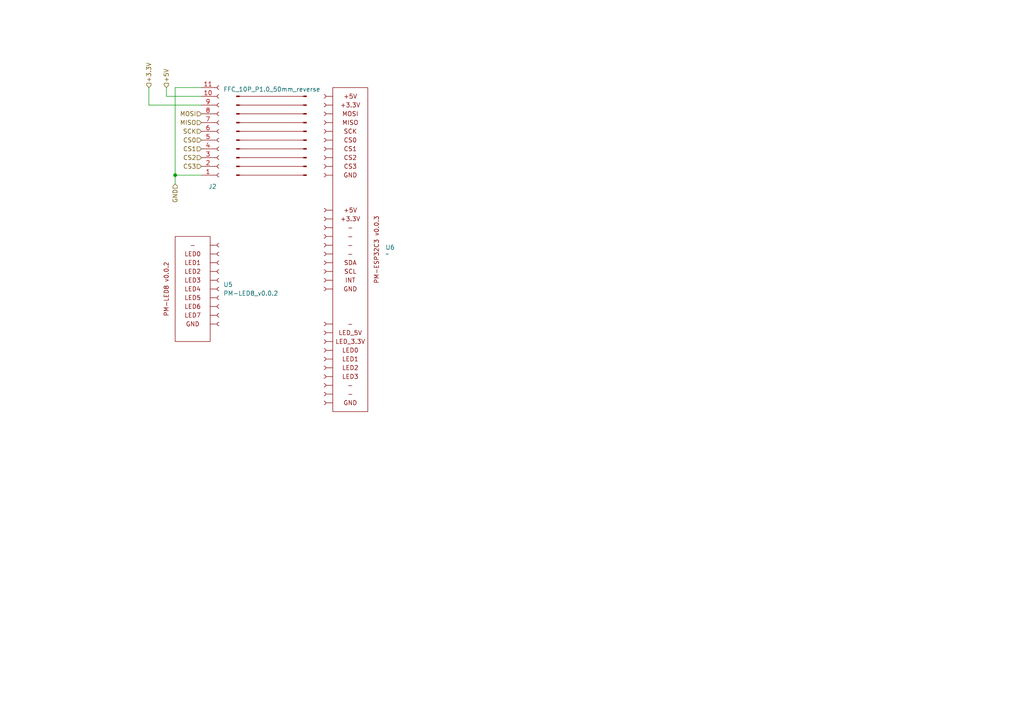
<source format=kicad_sch>
(kicad_sch (version 20231120) (generator "eeschema") (generator_version "8.0")
  (paper "A4")
  (lib_symbols
    (symbol "kicad_inventree_lib:AFA07-S10FCC-00" (pin_names (offset 1.016) hide)
      (property "Reference" "J" (at 0 12.7 0))
      (property "Value" "AFA07-S10FCC-00" (at 0 -20.32 0))
      (symbol "AFA07-S10FCC-00_1_1"
        (arc (start 0 -14.732) (mid -0.5058 -15.24) (end 0 -15.748) (stroke (width 0.1524)))
        (arc (start 0 -12.192) (mid -0.5058 -12.7) (end 0 -13.208) (stroke (width 0.1524)))
        (arc (start 0 -9.652) (mid -0.5058 -10.16) (end 0 -10.668) (stroke (width 0.1524)))
        (arc (start 0 -7.112) (mid -0.5058 -7.62) (end 0 -8.128) (stroke (width 0.1524)))
        (arc (start 0 -4.572) (mid -0.5058 -5.08) (end 0 -5.588) (stroke (width 0.1524)))
        (arc (start 0 -2.032) (mid -0.5058 -2.54) (end 0 -3.048) (stroke (width 0.1524)))
        (polyline (pts (xy -1.27 -15.24) (xy -0.508 -15.24)) (stroke (width 0.1524)))
        (polyline (pts (xy -1.27 -12.7) (xy -0.508 -12.7)) (stroke (width 0.1524)))
        (polyline (pts (xy -1.27 -10.16) (xy -0.508 -10.16)) (stroke (width 0.1524)))
        (polyline (pts (xy -1.27 -7.62) (xy -0.508 -7.62)) (stroke (width 0.1524)))
        (polyline (pts (xy -1.27 -5.08) (xy -0.508 -5.08)) (stroke (width 0.1524)))
        (polyline (pts (xy -1.27 -2.54) (xy -0.508 -2.54)) (stroke (width 0.1524)))
        (polyline (pts (xy -1.27 0) (xy -0.508 0)) (stroke (width 0.1524)))
        (polyline (pts (xy -1.27 2.54) (xy -0.508 2.54)) (stroke (width 0.1524)))
        (polyline (pts (xy -1.27 5.08) (xy -0.508 5.08)) (stroke (width 0.1524)))
        (polyline (pts (xy -1.27 7.62) (xy -0.508 7.62)) (stroke (width 0.1524)))
        (polyline (pts (xy -1.27 10.16) (xy -0.508 10.16)) (stroke (width 0.1524)))
        (arc (start 0 0.508) (mid -0.5058 0) (end 0 -0.508) (stroke (width 0.1524)))
        (arc (start 0 3.048) (mid -0.5058 2.54) (end 0 2.032) (stroke (width 0.1524)))
        (arc (start 0 5.588) (mid -0.5058 5.08) (end 0 4.572) (stroke (width 0.1524)))
        (arc (start 0 8.128) (mid -0.5058 7.62) (end 0 7.112) (stroke (width 0.1524)))
        (arc (start 0 10.668) (mid -0.5058 10.16) (end 0 9.652) (stroke (width 0.1524)))
        (pin passive line (at -5.08 10.16 0) (length 3.81) (name "Pin_1") (number "1"))
        (pin passive line (at -5.08 -12.7 0) (length 3.81) (name "Pin_10") (number "10"))
        (pin passive line (at -5.08 -15.24 0) (length 3.81) (name "Pin_11") (number "11"))
        (pin passive line (at -5.08 7.62 0) (length 3.81) (name "Pin_2") (number "2"))
        (pin passive line (at -5.08 5.08 0) (length 3.81) (name "Pin_3") (number "3"))
        (pin passive line (at -5.08 2.54 0) (length 3.81) (name "Pin_4") (number "4"))
        (pin passive line (at -5.08 0 0) (length 3.81) (name "Pin_5") (number "5"))
        (pin passive line (at -5.08 -2.54 0) (length 3.81) (name "Pin_6") (number "6"))
        (pin passive line (at -5.08 -5.08 0) (length 3.81) (name "Pin_7") (number "7"))
        (pin passive line (at -5.08 -7.62 0) (length 3.81) (name "Pin_8") (number "8"))
        (pin passive line (at -5.08 -10.16 0) (length 3.81) (name "Pin_9") (number "9"))
      )
    )
    (symbol "kicad_inventree_lib:FFC_10P_P1.0_50mm_reverse" (on_board no)
      (property "Reference" "J" (at 0 2.794 0))
      (property "Value" "FFC_10P_P1.0_50mm_reverse" (at 0 0 0))
      (symbol "FFC_10P_P1.0_50mm_reverse_0_1"
        (polyline (pts (xy -8.89 -25.4) (xy 8.89 -25.4)))
        (polyline (pts (xy -8.89 -22.86) (xy 8.89 -22.86)))
        (polyline (pts (xy -8.89 -20.32) (xy 8.89 -20.32)))
        (polyline (pts (xy -8.89 -17.78) (xy 8.89 -17.78)))
        (polyline (pts (xy -8.89 -15.24) (xy 8.89 -15.24)))
        (polyline (pts (xy -8.89 -12.7) (xy 8.89 -12.7)))
        (polyline (pts (xy -8.89 -10.16) (xy 8.89 -10.16)))
        (polyline (pts (xy -8.89 -7.62) (xy 8.89 -7.62)))
        (polyline (pts (xy -8.89 -5.08) (xy 8.89 -5.08)))
        (polyline (pts (xy -8.89 -2.54) (xy 8.89 -2.54)))
      )
      (symbol "FFC_10P_P1.0_50mm_reverse_1_1"
        (rectangle (start -10.16 -25.273) (end -9.2964 -25.527) (stroke (width 0.1524)) (fill (type outline)))
        (rectangle (start -10.16 -22.733) (end -9.2964 -22.987) (stroke (width 0.1524)) (fill (type outline)))
        (rectangle (start -10.16 -20.193) (end -9.2964 -20.447) (stroke (width 0.1524)) (fill (type outline)))
        (rectangle (start -10.16 -17.653) (end -9.2964 -17.907) (stroke (width 0.1524)) (fill (type outline)))
        (rectangle (start -10.16 -15.113) (end -9.2964 -15.367) (stroke (width 0.1524)) (fill (type outline)))
        (rectangle (start -10.16 -12.573) (end -9.2964 -12.827) (stroke (width 0.1524)) (fill (type outline)))
        (rectangle (start -10.16 -10.033) (end -9.2964 -10.287) (stroke (width 0.1524)) (fill (type outline)))
        (rectangle (start -10.16 -7.493) (end -9.2964 -7.747) (stroke (width 0.1524)) (fill (type outline)))
        (rectangle (start -10.16 -4.953) (end -9.2964 -5.207) (stroke (width 0.1524)) (fill (type outline)))
        (rectangle (start -10.16 -2.413) (end -9.2964 -2.667) (stroke (width 0.1524)) (fill (type outline)))
        (polyline (pts (xy -8.89 -25.4) (xy -9.2964 -25.4)) (stroke (width 0.1524)))
        (polyline (pts (xy -8.89 -22.86) (xy -9.2964 -22.86)) (stroke (width 0.1524)))
        (polyline (pts (xy -8.89 -20.32) (xy -9.2964 -20.32)) (stroke (width 0.1524)))
        (polyline (pts (xy -8.89 -17.78) (xy -9.2964 -17.78)) (stroke (width 0.1524)))
        (polyline (pts (xy -8.89 -15.24) (xy -9.2964 -15.24)) (stroke (width 0.1524)))
        (polyline (pts (xy -8.89 -12.7) (xy -9.2964 -12.7)) (stroke (width 0.1524)))
        (polyline (pts (xy -8.89 -10.16) (xy -9.2964 -10.16)) (stroke (width 0.1524)))
        (polyline (pts (xy -8.89 -7.62) (xy -9.2964 -7.62)) (stroke (width 0.1524)))
        (polyline (pts (xy -8.89 -5.08) (xy -9.2964 -5.08)) (stroke (width 0.1524)))
        (polyline (pts (xy -8.89 -2.54) (xy -9.2964 -2.54)) (stroke (width 0.1524)))
        (polyline (pts (xy 8.89 -25.4) (xy 9.2964 -25.4)) (stroke (width 0.1524)))
        (polyline (pts (xy 8.89 -22.86) (xy 9.2964 -22.86)) (stroke (width 0.1524)))
        (polyline (pts (xy 8.89 -20.32) (xy 9.2964 -20.32)) (stroke (width 0.1524)))
        (polyline (pts (xy 8.89 -17.78) (xy 9.2964 -17.78)) (stroke (width 0.1524)))
        (polyline (pts (xy 8.89 -15.24) (xy 9.2964 -15.24)) (stroke (width 0.1524)))
        (polyline (pts (xy 8.89 -12.7) (xy 9.2964 -12.7)) (stroke (width 0.1524)))
        (polyline (pts (xy 8.89 -10.16) (xy 9.2964 -10.16)) (stroke (width 0.1524)))
        (polyline (pts (xy 8.89 -7.62) (xy 9.2964 -7.62)) (stroke (width 0.1524)))
        (polyline (pts (xy 8.89 -5.08) (xy 9.2964 -5.08)) (stroke (width 0.1524)))
        (polyline (pts (xy 8.89 -2.54) (xy 9.2964 -2.54)) (stroke (width 0.1524)))
        (rectangle (start 9.2964 -25.273) (end 10.16 -25.527) (stroke (width 0.1524)) (fill (type outline)))
        (rectangle (start 9.2964 -22.733) (end 10.16 -22.987) (stroke (width 0.1524)) (fill (type outline)))
        (rectangle (start 9.2964 -20.193) (end 10.16 -20.447) (stroke (width 0.1524)) (fill (type outline)))
        (rectangle (start 9.2964 -17.653) (end 10.16 -17.907) (stroke (width 0.1524)) (fill (type outline)))
        (rectangle (start 9.2964 -15.113) (end 10.16 -15.367) (stroke (width 0.1524)) (fill (type outline)))
        (rectangle (start 9.2964 -12.573) (end 10.16 -12.827) (stroke (width 0.1524)) (fill (type outline)))
        (rectangle (start 9.2964 -10.033) (end 10.16 -10.287) (stroke (width 0.1524)) (fill (type outline)))
        (rectangle (start 9.2964 -7.493) (end 10.16 -7.747) (stroke (width 0.1524)) (fill (type outline)))
        (rectangle (start 9.2964 -4.953) (end 10.16 -5.207) (stroke (width 0.1524)) (fill (type outline)))
        (rectangle (start 9.2964 -2.413) (end 10.16 -2.667) (stroke (width 0.1524)) (fill (type outline)))
      )
    )
    (symbol "kicad_inventree_lib:PM-ESP32C3_v0.0.4" (in_bom no)
      (property "Reference" "U" (at 10.16 -49.53 0))
      (symbol "PM-ESP32C3_v0.0.4_0_1"
        (rectangle (start -5.08 -2.54) (end 5.08 -96.52))
      )
      (symbol "PM-ESP32C3_v0.0.4_1_1"
        (arc (start -7.6178 -94.488) (mid -7.112 -93.98) (end -7.6178 -93.472) (stroke (width 0.1524)))
        (arc (start -7.6178 -91.948) (mid -7.112 -91.44) (end -7.6178 -90.932) (stroke (width 0.1524)))
        (arc (start -7.6178 -89.408) (mid -7.112 -88.9) (end -7.6178 -88.392) (stroke (width 0.1524)))
        (arc (start -7.6178 -86.868) (mid -7.112 -86.36) (end -7.6178 -85.852) (stroke (width 0.1524)))
        (arc (start -7.6178 -84.328) (mid -7.112 -83.82) (end -7.6178 -83.312) (stroke (width 0.1524)))
        (arc (start -7.6178 -81.788) (mid -7.112 -81.28) (end -7.6178 -80.772) (stroke (width 0.1524)))
        (arc (start -7.6178 -79.248) (mid -7.112 -78.74) (end -7.6178 -78.232) (stroke (width 0.1524)))
        (arc (start -7.6178 -76.708) (mid -7.112 -76.2) (end -7.6178 -75.692) (stroke (width 0.1524)))
        (arc (start -7.6178 -74.168) (mid -7.112 -73.66) (end -7.6178 -73.152) (stroke (width 0.1524)))
        (arc (start -7.6178 -71.628) (mid -7.112 -71.12) (end -7.6178 -70.612) (stroke (width 0.1524)))
        (arc (start -7.6178 -61.468) (mid -7.112 -60.96) (end -7.6178 -60.452) (stroke (width 0.1524)))
        (arc (start -7.6178 -58.928) (mid -7.112 -58.42) (end -7.6178 -57.912) (stroke (width 0.1524)))
        (arc (start -7.6178 -56.388) (mid -7.112 -55.88) (end -7.6178 -55.372) (stroke (width 0.1524)))
        (arc (start -7.6178 -53.848) (mid -7.112 -53.34) (end -7.6178 -52.832) (stroke (width 0.1524)))
        (arc (start -7.6178 -51.308) (mid -7.112 -50.8) (end -7.6178 -50.292) (stroke (width 0.1524)))
        (arc (start -7.6178 -48.768) (mid -7.112 -48.26) (end -7.6178 -47.752) (stroke (width 0.1524)))
        (arc (start -7.6178 -46.228) (mid -7.112 -45.72) (end -7.6178 -45.212) (stroke (width 0.1524)))
        (arc (start -7.6178 -43.688) (mid -7.112 -43.18) (end -7.6178 -42.672) (stroke (width 0.1524)))
        (arc (start -7.6178 -41.148) (mid -7.112 -40.64) (end -7.6178 -40.132) (stroke (width 0.1524)))
        (arc (start -7.6178 -38.608) (mid -7.112 -38.1) (end -7.6178 -37.592) (stroke (width 0.1524)))
        (arc (start -7.6178 -28.448) (mid -7.112 -27.94) (end -7.6178 -27.432) (stroke (width 0.1524)))
        (arc (start -7.6178 -25.908) (mid -7.112 -25.4) (end -7.6178 -24.892) (stroke (width 0.1524)))
        (arc (start -7.6178 -23.368) (mid -7.112 -22.86) (end -7.6178 -22.352) (stroke (width 0.1524)))
        (arc (start -7.6178 -20.828) (mid -7.112 -20.32) (end -7.6178 -19.812) (stroke (width 0.1524)))
        (arc (start -7.6178 -18.288) (mid -7.112 -17.78) (end -7.6178 -17.272) (stroke (width 0.1524)))
        (arc (start -7.6178 -15.748) (mid -7.112 -15.24) (end -7.6178 -14.732) (stroke (width 0.1524)))
        (arc (start -7.6178 -13.208) (mid -7.112 -12.7) (end -7.6178 -12.192) (stroke (width 0.1524)))
        (arc (start -7.6178 -10.668) (mid -7.112 -10.16) (end -7.6178 -9.652) (stroke (width 0.1524)))
        (arc (start -7.6178 -8.128) (mid -7.112 -7.62) (end -7.6178 -7.112) (stroke (width 0.1524)))
        (arc (start -7.6178 -5.588) (mid -7.112 -5.08) (end -7.6178 -4.572) (stroke (width 0.1524)))
        (polyline (pts (xy -5.08 -93.98) (xy -7.1098 -93.98)) (stroke (width 0.1524)))
        (polyline (pts (xy -5.08 -91.44) (xy -7.1098 -91.44)) (stroke (width 0.1524)))
        (polyline (pts (xy -5.08 -88.9) (xy -7.1098 -88.9)) (stroke (width 0.1524)))
        (polyline (pts (xy -5.08 -86.36) (xy -7.1098 -86.36)) (stroke (width 0.1524)))
        (polyline (pts (xy -5.08 -83.82) (xy -7.1098 -83.82)) (stroke (width 0.1524)))
        (polyline (pts (xy -5.08 -81.28) (xy -7.1098 -81.28)) (stroke (width 0.1524)))
        (polyline (pts (xy -5.08 -78.74) (xy -7.1098 -78.74)) (stroke (width 0.1524)))
        (polyline (pts (xy -5.08 -76.2) (xy -7.1098 -76.2)) (stroke (width 0.1524)))
        (polyline (pts (xy -5.08 -73.66) (xy -7.1098 -73.66)) (stroke (width 0.1524)))
        (polyline (pts (xy -5.08 -71.12) (xy -7.1098 -71.12)) (stroke (width 0.1524)))
        (polyline (pts (xy -5.08 -60.96) (xy -7.1098 -60.96)) (stroke (width 0.1524)))
        (polyline (pts (xy -5.08 -58.42) (xy -7.1098 -58.42)) (stroke (width 0.1524)))
        (polyline (pts (xy -5.08 -55.88) (xy -7.1098 -55.88)) (stroke (width 0.1524)))
        (polyline (pts (xy -5.08 -53.34) (xy -7.1098 -53.34)) (stroke (width 0.1524)))
        (polyline (pts (xy -5.08 -50.8) (xy -7.1098 -50.8)) (stroke (width 0.1524)))
        (polyline (pts (xy -5.08 -48.26) (xy -7.1098 -48.26)) (stroke (width 0.1524)))
        (polyline (pts (xy -5.08 -45.72) (xy -7.1098 -45.72)) (stroke (width 0.1524)))
        (polyline (pts (xy -5.08 -43.18) (xy -7.1098 -43.18)) (stroke (width 0.1524)))
        (polyline (pts (xy -5.08 -40.64) (xy -7.1098 -40.64)) (stroke (width 0.1524)))
        (polyline (pts (xy -5.08 -38.1) (xy -7.1098 -38.1)) (stroke (width 0.1524)))
        (polyline (pts (xy -5.08 -27.94) (xy -7.1098 -27.94)) (stroke (width 0.1524)))
        (polyline (pts (xy -5.08 -25.4) (xy -7.1098 -25.4)) (stroke (width 0.1524)))
        (polyline (pts (xy -5.08 -22.86) (xy -7.1098 -22.86)) (stroke (width 0.1524)))
        (polyline (pts (xy -5.08 -20.32) (xy -7.1098 -20.32)) (stroke (width 0.1524)))
        (polyline (pts (xy -5.08 -17.78) (xy -7.1098 -17.78)) (stroke (width 0.1524)))
        (polyline (pts (xy -5.08 -15.24) (xy -7.1098 -15.24)) (stroke (width 0.1524)))
        (polyline (pts (xy -5.08 -12.7) (xy -7.1098 -12.7)) (stroke (width 0.1524)))
        (polyline (pts (xy -5.08 -10.16) (xy -7.1098 -10.16)) (stroke (width 0.1524)))
        (polyline (pts (xy -5.08 -7.62) (xy -7.1098 -7.62)) (stroke (width 0.1524)))
        (polyline (pts (xy -5.08 -5.08) (xy -7.1098 -5.08)) (stroke (width 0.1524)))
        (text "+3.3V" (at 0 -40.64 0) (effects (font (size 1.27 1.27))))
        (text "+3.3V" (at 0 -7.62 0) (effects (font (size 1.27 1.27))))
        (text "+5V" (at 0 -38.1 0) (effects (font (size 1.27 1.27))))
        (text "+5V" (at 0 -5.08 0) (effects (font (size 1.27 1.27))))
        (text "-" (at 0 -91.44 0) (effects (font (size 1.27 1.27))))
        (text "-" (at 0 -88.9 0) (effects (font (size 1.27 1.27))))
        (text "-" (at 0 -71.12 0) (effects (font (size 1.27 1.27))))
        (text "-" (at 0 -50.8 0) (effects (font (size 1.27 1.27))))
        (text "-" (at 0 -48.26 0) (effects (font (size 1.27 1.27))))
        (text "-" (at 0 -45.72 0) (effects (font (size 1.27 1.27))))
        (text "-" (at 0 -43.18 0) (effects (font (size 1.27 1.27))))
        (text "CS0" (at 0 -17.78 0) (effects (font (size 1.27 1.27))))
        (text "CS1" (at 0 -20.32 0) (effects (font (size 1.27 1.27))))
        (text "CS2" (at 0 -22.86 0) (effects (font (size 1.27 1.27))))
        (text "CS3" (at 0 -25.4 0) (effects (font (size 1.27 1.27))))
        (text "GND" (at 0 -93.98 0) (effects (font (size 1.27 1.27))))
        (text "GND" (at 0 -60.96 0) (effects (font (size 1.27 1.27))))
        (text "GND" (at 0 -27.94 0) (effects (font (size 1.27 1.27))))
        (text "INT" (at 0 -58.42 0) (effects (font (size 1.27 1.27))))
        (text "LED0" (at 0 -78.74 0) (effects (font (size 1.27 1.27))))
        (text "LED1" (at 0 -81.28 0) (effects (font (size 1.27 1.27))))
        (text "LED2" (at 0 -83.82 0) (effects (font (size 1.27 1.27))))
        (text "LED3" (at 0 -86.36 0) (effects (font (size 1.27 1.27))))
        (text "LED_3.3V" (at 0 -76.2 0) (effects (font (size 1.27 1.27))))
        (text "LED_5V" (at 0 -73.66 0) (effects (font (size 1.27 1.27))))
        (text "MISO" (at 0 -12.7 0) (effects (font (size 1.27 1.27))))
        (text "MOSI" (at 0 -10.16 0) (effects (font (size 1.27 1.27))))
        (text "PM-ESP32C3 v0.0.3" (at 7.62 -49.53 900) (effects (font (size 1.27 1.27))))
        (text "SCK" (at 0 -15.24 0) (effects (font (size 1.27 1.27))))
        (text "SCL" (at 0 -55.88 0) (effects (font (size 1.27 1.27))))
        (text "SDA" (at 0 -53.34 0) (effects (font (size 1.27 1.27))))
      )
    )
    (symbol "kicad_inventree_lib:PM-LED8_v0.0.2"
      (property "Reference" "U" (at 0 2.54 0))
      (property "Value" "PM-LED8_v0.0.2" (at 0 0 0))
      (symbol "PM-LED8_v0.0.2_0_1"
        (rectangle (start -5.08 -2.54) (end 5.08 -33.02))
      )
      (symbol "PM-LED8_v0.0.2_1_1"
        (polyline (pts (xy 5.08 -27.94) (xy 7.1098 -27.94)) (stroke (width 0.1524)))
        (polyline (pts (xy 5.08 -25.4) (xy 7.1098 -25.4)) (stroke (width 0.1524)))
        (polyline (pts (xy 5.08 -22.86) (xy 7.1098 -22.86)) (stroke (width 0.1524)))
        (polyline (pts (xy 5.08 -20.32) (xy 7.1098 -20.32)) (stroke (width 0.1524)))
        (polyline (pts (xy 5.08 -17.78) (xy 7.1098 -17.78)) (stroke (width 0.1524)))
        (polyline (pts (xy 5.08 -15.24) (xy 7.1098 -15.24)) (stroke (width 0.1524)))
        (polyline (pts (xy 5.08 -12.7) (xy 7.1098 -12.7)) (stroke (width 0.1524)))
        (polyline (pts (xy 5.08 -10.16) (xy 7.1098 -10.16)) (stroke (width 0.1524)))
        (polyline (pts (xy 5.08 -7.62) (xy 7.1098 -7.62)) (stroke (width 0.1524)))
        (polyline (pts (xy 5.08 -5.08) (xy 7.1098 -5.08)) (stroke (width 0.1524)))
        (arc (start 7.6178 -27.432) (mid 7.112 -27.94) (end 7.6178 -28.448) (stroke (width 0.1524)))
        (arc (start 7.6178 -24.892) (mid 7.112 -25.4) (end 7.6178 -25.908) (stroke (width 0.1524)))
        (arc (start 7.6178 -22.352) (mid 7.112 -22.86) (end 7.6178 -23.368) (stroke (width 0.1524)))
        (arc (start 7.6178 -19.812) (mid 7.112 -20.32) (end 7.6178 -20.828) (stroke (width 0.1524)))
        (arc (start 7.6178 -17.272) (mid 7.112 -17.78) (end 7.6178 -18.288) (stroke (width 0.1524)))
        (arc (start 7.6178 -14.732) (mid 7.112 -15.24) (end 7.6178 -15.748) (stroke (width 0.1524)))
        (arc (start 7.6178 -12.192) (mid 7.112 -12.7) (end 7.6178 -13.208) (stroke (width 0.1524)))
        (arc (start 7.6178 -9.652) (mid 7.112 -10.16) (end 7.6178 -10.668) (stroke (width 0.1524)))
        (arc (start 7.6178 -7.112) (mid 7.112 -7.62) (end 7.6178 -8.128) (stroke (width 0.1524)))
        (arc (start 7.6178 -4.572) (mid 7.112 -5.08) (end 7.6178 -5.588) (stroke (width 0.1524)))
        (text "-" (at 0 -5.08 0) (effects (font (size 1.27 1.27))))
        (text "GND" (at 0 -27.94 0) (effects (font (size 1.27 1.27))))
        (text "LED0" (at 0 -7.62 0) (effects (font (size 1.27 1.27))))
        (text "LED1" (at 0 -10.16 0) (effects (font (size 1.27 1.27))))
        (text "LED2" (at 0 -12.7 0) (effects (font (size 1.27 1.27))))
        (text "LED3" (at 0 -15.24 0) (effects (font (size 1.27 1.27))))
        (text "LED4" (at 0 -17.78 0) (effects (font (size 1.27 1.27))))
        (text "LED5" (at 0 -20.32 0) (effects (font (size 1.27 1.27))))
        (text "LED6" (at 0 -22.86 0) (effects (font (size 1.27 1.27))))
        (text "LED7" (at 0 -25.4 0) (effects (font (size 1.27 1.27))))
        (text "PM-LED8 v0.0.2" (at -7.62 -17.78 900) (effects (font (size 1.27 1.27))))
      )
    )
  )
  (junction (at 50.8 50.8))
  (wire (pts (xy 58.42 25.4) (xy 50.8 25.4)))
  (wire (pts (xy 43.18 30.48) (xy 58.42 30.48)))
  (wire (pts (xy 50.8 25.4) (xy 50.8 50.8)))
  (wire (pts (xy 48.26 27.94) (xy 48.26 25.4)))
  (wire (pts (xy 58.42 27.94) (xy 48.26 27.94)))
  (wire (pts (xy 50.8 50.8) (xy 58.42 50.8)))
  (wire (pts (xy 50.8 50.8) (xy 50.8 53.34)))
  (wire (pts (xy 43.18 25.4) (xy 43.18 30.48)))
  (hierarchical_label "CS0" (shape input) (at 58.42 40.64 180))
  (hierarchical_label "MOSI" (shape input) (at 58.42 33.02 180))
  (hierarchical_label "CS2" (shape input) (at 58.42 45.72 180))
  (hierarchical_label "CS1" (shape input) (at 58.42 43.18 180))
  (hierarchical_label "+3.3V" (shape input) (at 43.18 25.4 90))
  (hierarchical_label "+5V" (shape input) (at 48.26 25.4 90))
  (hierarchical_label "SCK" (shape input) (at 58.42 38.1 180))
  (hierarchical_label "GND" (shape input) (at 50.8 53.34 270))
  (hierarchical_label "CS3" (shape input) (at 58.42 48.26 180))
  (hierarchical_label "MISO" (shape input) (at 58.42 35.56 180))
  (symbol (lib_id "kicad_inventree_lib:FFC_10P_P1.0_50mm_reverse") (at 78.74 25.4 0) (unit 1) (on_board no)
    (property "Reference" "J3" (effects (hide yes)))
    (property "Value" "FFC_10P_P1.0_50mm_reverse" (at 64.77 25.908 0) (effects (justify left)))
    (property "Datasheet" "http://inventree.network/part/171/" (effects (hide yes)))
    (property "part_ipn" "FFC_10P_P1.0_50mm_reverse" (effects (hide yes)))
  )
  (symbol (lib_id "kicad_inventree_lib:AFA07-S10FCC-00") (at 63.5 40.64 0) (mirror x) (unit 1)
    (property "Reference" "J2" (at 60.452 54.102 0) (effects (justify left)))
    (property "Value" "AFA07-S10FCC-00" (effects (hide yes)))
    (property "Footprint" "kicad_inventree_lib:CONN10_AFA07-S10_JUS" (effects (hide yes)))
    (property "Datasheet" "http://inventree.network/part/170/" (effects (hide yes)))
    (property "Description" "Generic connector, single row, 01x10, script generated" (effects (hide yes)))
    (property "part_ipn" "AFA07-S10FCC-00" (effects (hide yes)))
  )
  (symbol (lib_id "kicad_inventree_lib:PM-LED8_v0.0.2") (at 55.88 66.04 0) (unit 1)
    (property "Reference" "U5" (at 64.77 82.5499 0) (effects (justify left)))
    (property "Value" "PM-LED8_v0.0.2" (at 64.77 85.0899 0) (effects (justify left)))
    (property "Footprint" "kicad_inventree_lib:PM-LED_v0.0.2" (effects (hide yes)))
    (property "part_ipn" "PM-LED8_v0.0.2" (effects (hide yes)))
  )
  (symbol (lib_id "kicad_inventree_lib:PM-ESP32C3_v0.0.4") (at 101.6 22.86 0) (unit 1) (in_bom no)
    (property "Reference" "U6" (at 111.76 71.7549 0) (effects (justify left)))
    (property "Value" "~" (at 111.76 73.66 0) (effects (justify left)))
    (property "Footprint" "kicad_inventree_lib:PM-ESP32C3_v0.0.4" (effects (hide yes)))
    (property "part_ipn" "PM-ESP32C3_v0.0.4" (effects (hide yes)))
  )
)
</source>
